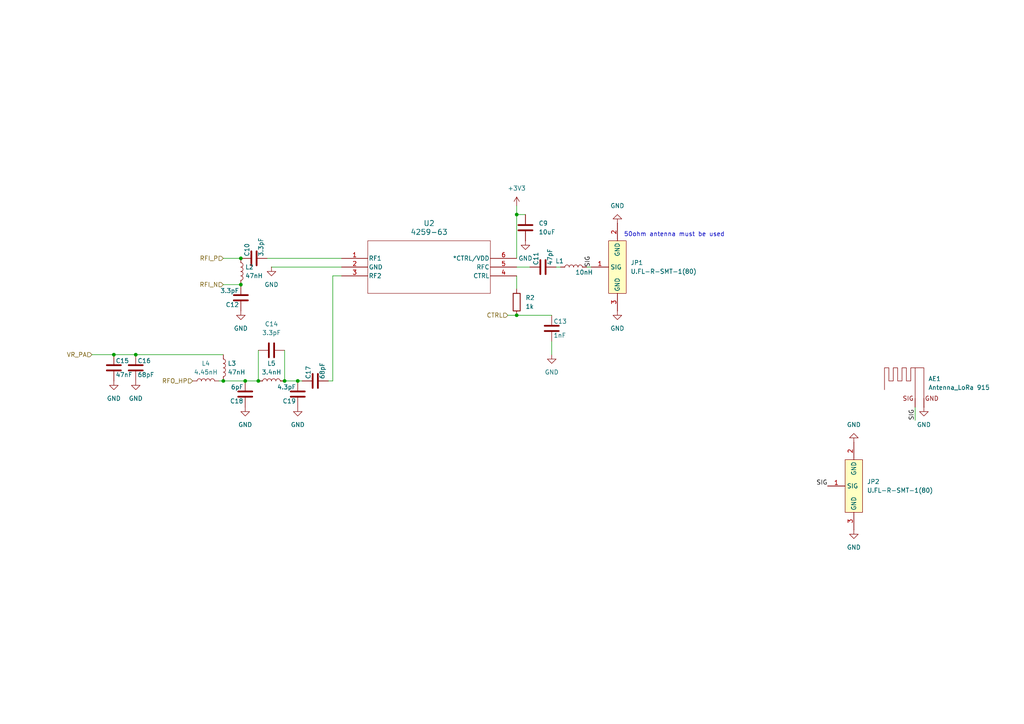
<source format=kicad_sch>
(kicad_sch (version 20231120) (generator "eeschema") (generator_version "8.0")
  (paper "A4")
  (lib_symbols
    (symbol "2024-07-10_18-18-24:4259-63" (pin_names (offset 0.254))
      (property "Reference" "U" (at 25.4 10.16 0))
      (property "Value" "4259-63" (at 25.4 7.62 0))
      (symbol "4259-63_0_1"
        (polyline (pts (xy 7.62 -10.16) (xy 43.18 -10.16)) (stroke (width 0.127)))
        (polyline (pts (xy 7.62 5.08) (xy 7.62 -10.16)) (stroke (width 0.127)))
        (polyline (pts (xy 43.18 -10.16) (xy 43.18 5.08)) (stroke (width 0.127)))
        (polyline (pts (xy 43.18 5.08) (xy 7.62 5.08)) (stroke (width 0.127)))
        (pin bidirectional line (at 0 0 0) (length 7.62) (name "RF1") (number "1"))
        (pin power_out line (at 0 -2.54 0) (length 7.62) (name "GND") (number "2"))
        (pin bidirectional line (at 0 -5.08 0) (length 7.62) (name "RF2") (number "3"))
        (pin unspecified line (at 50.8 -5.08 180) (length 7.62) (name "CTRL") (number "4"))
        (pin unspecified line (at 50.8 -2.54 180) (length 7.62) (name "RFC") (number "5"))
        (pin power_in line (at 50.8 0 180) (length 7.62) (name "*CTRL/VDD") (number "6"))
      )
    )
    (symbol "915:915LoRA" (pin_numbers hide) (pin_names (offset 1.016) hide)
      (property "Reference" "AE" (at 8.382 -3.81 0))
      (property "Value" "Antenna_LoRa 915" (at -9.144 -4.064 0))
      (symbol "915LoRA_0_1"
        (polyline (pts (xy 2.54 -2.54) (xy 2.54 6.35) (xy 0 6.35)))
        (polyline (pts (xy 0 -2.54) (xy 0 6.35) (xy -1.27 6.35) (xy -1.27 2.54) (xy -2.54 2.54) (xy -2.54 6.35) (xy -3.81 6.35) (xy -3.81 2.54) (xy -5.08 2.54) (xy -5.08 6.35) (xy -6.35 6.35) (xy -6.35 2.54) (xy -7.62 2.54) (xy -7.62 6.35) (xy -8.89 6.35) (xy -8.89 0)))
      )
      (symbol "915LoRA_1_1"
        (text "GND\n" (at 4.826 -2.54 0) (effects (font (size 1.27 1.27))))
        (text "SIG\n" (at -2.032 -2.54 0) (effects (font (size 1.27 1.27))))
        (pin input line (at 0 -5.08 90) (length 2.54) (name "~") (number "1"))
        (pin input line (at 2.54 -5.08 90) (length 2.54) (name "~") (number "2"))
      )
    )
    (symbol "Device:C" (pin_numbers hide) (pin_names (offset 0.254))
      (property "Reference" "C" (at 0.635 2.54 0))
      (property "Value" "C" (at 0.635 -2.54 0))
      (symbol "C_0_1"
        (polyline (pts (xy -2.032 -0.762) (xy 2.032 -0.762)) (stroke (width 0.508)))
        (polyline (pts (xy -2.032 0.762) (xy 2.032 0.762)) (stroke (width 0.508)))
      )
      (symbol "C_1_1"
        (pin passive line (at 0 3.81 270) (length 2.794) (name "~") (number "1"))
        (pin passive line (at 0 -3.81 90) (length 2.794) (name "~") (number "2"))
      )
    )
    (symbol "Device:L" (pin_numbers hide) (pin_names (offset 1.016) hide)
      (property "Reference" "L" (at -1.27 0 90))
      (property "Value" "L" (at 1.905 0 90))
      (symbol "L_0_1"
        (arc (start 0 -2.54) (mid 0.6323 -1.905) (end 0 -1.27))
        (arc (start 0 -1.27) (mid 0.6323 -0.635) (end 0 0))
        (arc (start 0 0) (mid 0.6323 0.635) (end 0 1.27))
        (arc (start 0 1.27) (mid 0.6323 1.905) (end 0 2.54))
      )
      (symbol "L_1_1"
        (pin passive line (at 0 3.81 270) (length 1.27) (name "1") (number "1"))
        (pin passive line (at 0 -3.81 90) (length 1.27) (name "2") (number "2"))
      )
    )
    (symbol "Device:R" (pin_numbers hide) (pin_names (offset 0))
      (property "Reference" "R" (at 2.032 0 90))
      (property "Value" "R" (at 0 0 90))
      (symbol "R_0_1"
        (rectangle (start -1.016 -2.54) (end 1.016 2.54) (stroke (width 0.254)))
      )
      (symbol "R_1_1"
        (pin passive line (at 0 3.81 270) (length 1.27) (name "~") (number "1"))
        (pin passive line (at 0 -3.81 90) (length 1.27) (name "~") (number "2"))
      )
    )
    (symbol "ipexAntenna:U.FL-R-SMT-1(80)"
      (property "Reference" "JP" (at 0 7.62 0))
      (property "Value" "U.FL-R-SMT-1(80)" (at 0 -10.16 0))
      (symbol "U.FL-R-SMT-1(80)_0_1"
        (rectangle (start -7.62 5.08) (end 7.62 0) (fill (type background)))
        (pin unspecified line (at 0 -5.08 90) (length 5.08) (name "SIG") (number "1"))
        (pin unspecified line (at -12.7 2.54 0) (length 5.08) (name "GND") (number "2"))
        (pin unspecified line (at 12.7 2.54 180) (length 5.08) (name "GND") (number "3"))
      )
    )
    (symbol "power:+3V3" (power) (pin_numbers hide) (pin_names (offset 0) hide)
      (property "Value" "+3V3" (at 0 3.556 0))
      (symbol "+3V3_0_1"
        (polyline (pts (xy -0.762 1.27) (xy 0 2.54)))
        (polyline (pts (xy 0 0) (xy 0 2.54)))
        (polyline (pts (xy 0 2.54) (xy 0.762 1.27)))
      )
      (symbol "+3V3_1_1"
        (pin power_in line (at 0 0 90) (length 0) (name "~") (number "1"))
      )
    )
    (symbol "power:GND" (power) (pin_numbers hide) (pin_names (offset 0) hide)
      (property "Value" "GND" (at 0 -3.81 0))
      (symbol "GND_0_1"
        (polyline (pts (xy 0 0) (xy 0 -1.27) (xy 1.27 -1.27) (xy 0 -2.54) (xy -1.27 -1.27) (xy 0 -1.27)))
      )
      (symbol "GND_1_1"
        (pin power_in line (at 0 0 270) (length 0) (name "~") (number "1"))
      )
    )
  )
  (junction (at 39.37 102.87))
  (junction (at 74.93 110.49))
  (junction (at 69.85 74.93))
  (junction (at 86.36 110.49))
  (junction (at 69.85 82.55))
  (junction (at 82.55 110.49))
  (junction (at 64.77 110.49))
  (junction (at 33.02 102.87))
  (junction (at 149.86 62.23))
  (junction (at 149.86 91.44))
  (junction (at 71.12 110.49))
  (wire (pts (xy 149.86 62.23) (xy 149.86 74.93)))
  (wire (pts (xy 77.47 74.93) (xy 99.06 74.93)))
  (wire (pts (xy 26.67 102.87) (xy 33.02 102.87)))
  (wire (pts (xy 71.12 110.49) (xy 74.93 110.49)))
  (wire (pts (xy 33.02 102.87) (xy 39.37 102.87)))
  (wire (pts (xy 39.37 102.87) (xy 64.77 102.87)))
  (wire (pts (xy 149.86 80.01) (xy 149.86 83.82)))
  (wire (pts (xy 82.55 110.49) (xy 86.36 110.49)))
  (wire (pts (xy 64.77 110.49) (xy 71.12 110.49)))
  (wire (pts (xy 161.29 77.47) (xy 162.56 77.47)))
  (wire (pts (xy 149.86 77.47) (xy 153.67 77.47)))
  (wire (pts (xy 96.52 80.01) (xy 96.52 110.49)))
  (wire (pts (xy 96.52 110.49) (xy 95.25 110.49)))
  (wire (pts (xy 82.55 101.6) (xy 82.55 110.49)))
  (wire (pts (xy 149.86 91.44) (xy 160.02 91.44)))
  (wire (pts (xy 171.45 77.47) (xy 170.18 77.47)))
  (wire (pts (xy 63.5 110.49) (xy 64.77 110.49)))
  (wire (pts (xy 149.86 59.69) (xy 149.86 62.23)))
  (wire (pts (xy 86.36 110.49) (xy 87.63 110.49)))
  (wire (pts (xy 78.74 77.47) (xy 99.06 77.47)))
  (wire (pts (xy 64.77 74.93) (xy 69.85 74.93)))
  (wire (pts (xy 147.32 91.44) (xy 149.86 91.44)))
  (wire (pts (xy 74.93 101.6) (xy 74.93 110.49)))
  (wire (pts (xy 149.86 62.23) (xy 152.4 62.23)))
  (wire (pts (xy 99.06 80.01) (xy 96.52 80.01)))
  (wire (pts (xy 64.77 82.55) (xy 69.85 82.55)))
  (wire (pts (xy 265.43 121.92) (xy 265.43 118.11)))
  (wire (pts (xy 160.02 102.87) (xy 160.02 99.06)))
  (text "50ohm antenna must be used" (at 195.58 68.072 0) (effects (font (size 1.27 1.27))))
  (label "SIG" (at 171.45 77.47 90))
  (label "SIG" (at 265.43 121.92 90))
  (label "SIG" (at 240.03 140.97 180))
  (hierarchical_label "CTRL" (shape input) (at 147.32 91.44 180))
  (hierarchical_label "RFI_P" (shape input) (at 64.77 74.93 180))
  (hierarchical_label "RFI_N" (shape input) (at 64.77 82.55 180))
  (hierarchical_label "RFO_HP" (shape input) (at 55.88 110.49 180))
  (hierarchical_label "VR_PA" (shape input) (at 26.67 102.87 180))
  (symbol (lib_id "Device:L") (at 78.74 110.49 90) (unit 1)
    (property "Reference" "L5" (at 78.74 105.41 90))
    (property "Value" "3.4nH" (at 78.74 107.95 90))
    (property "Footprint" "Inductor_SMD:L_0402_1005Metric" (effects (hide yes)))
    (property "Description" "Inductor" (effects (hide yes)))
    (property "LCSC" "C913709" (effects (hide yes)))
  )
  (symbol (lib_id "Device:R") (at 149.86 87.63 0) (unit 1)
    (property "Reference" "R2" (at 152.4 86.3599 0) (effects (justify left)))
    (property "Value" "1k" (at 152.4 88.8999 0) (effects (justify left)))
    (property "Footprint" "Resistor_SMD:R_0603_1608Metric" (effects (hide yes)))
    (property "Description" "Resistor" (effects (hide yes)))
    (property "LCSC" "C21190" (effects (hide yes)))
  )
  (symbol (lib_id "Device:L") (at 64.77 106.68 0) (unit 1)
    (property "Reference" "L3" (at 66.04 105.4099 0) (effects (justify left)))
    (property "Value" "47nH" (at 66.04 107.9499 0) (effects (justify left)))
    (property "Footprint" "Inductor_SMD:L_0603_1608Metric" (effects (hide yes)))
    (property "Description" "Inductor" (effects (hide yes)))
    (property "LCSC" "C913709" (effects (hide yes)))
  )
  (symbol (lib_id "Device:C") (at 160.02 95.25 0) (unit 1)
    (property "Reference" "C13" (at 160.528 93.218 0) (effects (justify left)))
    (property "Value" "1nF" (at 160.528 97.282 0) (effects (justify left)))
    (property "Footprint" "Capacitor_SMD:C_0402_1005Metric" (effects (hide yes)))
    (property "Description" "Unpolarized capacitor" (effects (hide yes)))
    (property "LCSC" "C1523" (effects (hide yes)))
  )
  (symbol (lib_id "power:GND") (at 86.36 118.11 0) (unit 1)
    (property "Reference" "#PWR022" (effects (hide yes)))
    (property "Value" "GND" (at 86.36 123.19 0))
    (property "Description" "Power symbol creates a global label with name \"GND\" , ground" (effects (hide yes)))
  )
  (symbol (lib_id "power:GND") (at 247.65 128.27 180) (unit 1)
    (property "Reference" "#PWR018" (effects (hide yes)))
    (property "Value" "GND" (at 247.65 123.19 0))
    (property "Description" "Power symbol creates a global label with name \"GND\" , ground" (effects (hide yes)))
  )
  (symbol (lib_id "Device:L") (at 69.85 78.74 0) (unit 1)
    (property "Reference" "L2" (at 71.12 77.4699 0) (effects (justify left)))
    (property "Value" "47nH" (at 71.12 80.0099 0) (effects (justify left)))
    (property "Footprint" "Inductor_SMD:L_0603_1608Metric" (effects (hide yes)))
    (property "Description" "Inductor" (effects (hide yes)))
    (property "LCSC" "C913709" (effects (hide yes)))
  )
  (symbol (lib_id "Device:L") (at 59.69 110.49 90) (unit 1)
    (property "Reference" "L4" (at 59.69 105.41 90))
    (property "Value" "4.45nH" (at 59.69 107.95 90))
    (property "Footprint" "Inductor_SMD:L_0402_1005Metric" (effects (hide yes)))
    (property "Description" "Inductor" (effects (hide yes)))
    (property "LCSC" "C913709" (effects (hide yes)))
  )
  (symbol (lib_id "power:GND") (at 179.07 64.77 180) (unit 1)
    (property "Reference" "#PWR011" (effects (hide yes)))
    (property "Value" "GND" (at 179.07 59.69 0))
    (property "Description" "Power symbol creates a global label with name \"GND\" , ground" (effects (hide yes)))
  )
  (symbol (lib_id "Device:C") (at 78.74 101.6 270) (unit 1)
    (property "Reference" "C14" (at 78.74 93.98 90))
    (property "Value" "3.3pF" (at 78.74 96.52 90))
    (property "Footprint" "Capacitor_SMD:C_0402_1005Metric" (effects (hide yes)))
    (property "Description" "Unpolarized capacitor" (effects (hide yes)))
    (property "LCSC" "C1565" (effects (hide yes)))
  )
  (symbol (lib_id "power:GND") (at 33.02 110.49 0) (unit 1)
    (property "Reference" "#PWR019" (effects (hide yes)))
    (property "Value" "GND" (at 33.02 115.57 0))
    (property "Description" "Power symbol creates a global label with name \"GND\" , ground" (effects (hide yes)))
  )
  (symbol (lib_id "Device:C") (at 157.48 77.47 90) (unit 1)
    (property "Reference" "C11" (at 155.448 76.962 0) (effects (justify left)))
    (property "Value" "47pF" (at 159.512 76.962 0) (effects (justify left)))
    (property "Footprint" "Capacitor_SMD:C_0402_1005Metric" (effects (hide yes)))
    (property "Description" "Unpolarized capacitor" (effects (hide yes)))
    (property "LCSC" "C1567" (effects (hide yes)))
  )
  (symbol (lib_id "power:GND") (at 267.97 118.11 0) (unit 1)
    (property "Reference" "#PWR016" (effects (hide yes)))
    (property "Value" "GND" (at 267.97 123.19 0))
    (property "Description" "Power symbol creates a global label with name \"GND\" , ground" (effects (hide yes)))
  )
  (symbol (lib_id "power:GND") (at 78.74 77.47 0) (unit 1)
    (property "Reference" "#PWR013" (effects (hide yes)))
    (property "Value" "GND" (at 78.74 82.55 0))
    (property "Description" "Power symbol creates a global label with name \"GND\" , ground" (effects (hide yes)))
  )
  (symbol (lib_id "Device:C") (at 152.4 66.04 0) (unit 1)
    (property "Reference" "C9" (at 156.21 64.7699 0) (effects (justify left)))
    (property "Value" "10uF" (at 156.21 67.3099 0) (effects (justify left)))
    (property "Footprint" "Capacitor_SMD:C_0402_1005Metric" (effects (hide yes)))
    (property "Description" "Unpolarized capacitor" (effects (hide yes)))
    (property "LCSC" "C15525" (effects (hide yes)))
  )
  (symbol (lib_id "Device:C") (at 33.02 106.68 0) (unit 1)
    (property "Reference" "C15" (at 33.528 104.648 0) (effects (justify left)))
    (property "Value" "47nF" (at 33.528 108.712 0) (effects (justify left)))
    (property "Footprint" "Capacitor_SMD:C_0603_1608Metric" (effects (hide yes)))
    (property "Description" "Unpolarized capacitor" (effects (hide yes)))
    (property "LCSC" "C1567" (effects (hide yes)))
  )
  (symbol (lib_id "Device:C") (at 69.85 86.36 180) (unit 1)
    (property "Reference" "C12" (at 69.342 88.392 0) (effects (justify left)))
    (property "Value" "3.3pF" (at 69.342 84.328 0) (effects (justify left)))
    (property "Footprint" "Capacitor_SMD:C_0402_1005Metric" (effects (hide yes)))
    (property "Description" "Unpolarized capacitor" (effects (hide yes)))
    (property "LCSC" "C1565" (effects (hide yes)))
  )
  (symbol (lib_id "Device:C") (at 39.37 106.68 0) (unit 1)
    (property "Reference" "C16" (at 39.878 104.648 0) (effects (justify left)))
    (property "Value" "68pF" (at 39.878 108.712 0) (effects (justify left)))
    (property "Footprint" "Capacitor_SMD:C_0402_1005Metric" (effects (hide yes)))
    (property "Description" "Unpolarized capacitor" (effects (hide yes)))
    (property "LCSC" "C1567" (effects (hide yes)))
  )
  (symbol (lib_id "power:GND") (at 69.85 90.17 0) (unit 1)
    (property "Reference" "#PWR014" (effects (hide yes)))
    (property "Value" "GND" (at 69.85 95.25 0))
    (property "Description" "Power symbol creates a global label with name \"GND\" , ground" (effects (hide yes)))
  )
  (symbol (lib_id "power:GND") (at 179.07 90.17 0) (unit 1)
    (property "Reference" "#PWR015" (effects (hide yes)))
    (property "Value" "GND" (at 179.07 95.25 0))
    (property "Description" "Power symbol creates a global label with name \"GND\" , ground" (effects (hide yes)))
  )
  (symbol (lib_id "Device:L") (at 166.37 77.47 90) (unit 1)
    (property "Reference" "L1" (at 162.306 75.692 90))
    (property "Value" "10nH" (at 169.418 78.994 90))
    (property "Footprint" "Inductor_SMD:L_0603_1608Metric" (effects (hide yes)))
    (property "Description" "Inductor" (effects (hide yes)))
    (property "LCSC" "C913709" (effects (hide yes)))
  )
  (symbol (lib_id "ipexAntenna:U.FL-R-SMT-1(80)") (at 245.11 140.97 270) (unit 1)
    (property "Reference" "JP2" (at 251.46 139.6999 90) (effects (justify left)))
    (property "Value" "U.FL-R-SMT-1(80)" (at 251.46 142.2399 90) (effects (justify left)))
    (property "Footprint" "ipexAntenna:RF-SMD_FRF05002-JSS103M" (effects (hide yes)))
    (property "Datasheet" "https://lcsc.com/product-detail/Connectors_HRS_U-FL-R-SMT-1-80_3310472280-IPE-XBoard-end-IPXConnector-SMD_C88374.html" (effects (hide yes)))
    (property "LCSC Part" "C88374" (effects (hide yes)))
    (property "LCSC" "C88374" (effects (hide yes)))
  )
  (symbol (lib_id "Device:C") (at 71.12 114.3 180) (unit 1)
    (property "Reference" "C18" (at 70.612 116.332 0) (effects (justify left)))
    (property "Value" "6pF" (at 70.612 112.268 0) (effects (justify left)))
    (property "Footprint" "Capacitor_SMD:C_0402_1005Metric" (effects (hide yes)))
    (property "Description" "Unpolarized capacitor" (effects (hide yes)))
    (property "LCSC" "C1565" (effects (hide yes)))
  )
  (symbol (lib_id "power:GND") (at 39.37 110.49 0) (unit 1)
    (property "Reference" "#PWR020" (effects (hide yes)))
    (property "Value" "GND" (at 39.37 115.57 0))
    (property "Description" "Power symbol creates a global label with name \"GND\" , ground" (effects (hide yes)))
  )
  (symbol (lib_id "915:915LoRA") (at 265.43 113.03 0) (unit 1)
    (property "Reference" "AE1" (at 269.24 109.8549 0) (effects (justify left)))
    (property "Value" "Antenna_LoRa 915" (at 269.24 112.3949 0) (effects (justify left)))
    (property "Footprint" "915:915LoRa Antenna" (effects (hide yes)))
    (property "Description" "LoRa Antenna" (effects (hide yes)))
  )
  (symbol (lib_id "power:GND") (at 152.4 69.85 0) (unit 1)
    (property "Reference" "#PWR012" (effects (hide yes)))
    (property "Value" "GND" (at 152.4 74.93 0))
    (property "Description" "Power symbol creates a global label with name \"GND\" , ground" (effects (hide yes)))
  )
  (symbol (lib_id "power:GND") (at 71.12 118.11 0) (unit 1)
    (property "Reference" "#PWR021" (effects (hide yes)))
    (property "Value" "GND" (at 71.12 123.19 0))
    (property "Description" "Power symbol creates a global label with name \"GND\" , ground" (effects (hide yes)))
  )
  (symbol (lib_id "power:+3V3") (at 149.86 59.69 0) (unit 1)
    (property "Reference" "#PWR010" (effects (hide yes)))
    (property "Value" "+3V3" (at 149.86 54.61 0))
    (property "Description" "Power symbol creates a global label with name \"+3V3\"" (effects (hide yes)))
  )
  (symbol (lib_id "Device:C") (at 86.36 114.3 180) (unit 1)
    (property "Reference" "C19" (at 85.852 116.332 0) (effects (justify left)))
    (property "Value" "4.3pF" (at 85.852 112.268 0) (effects (justify left)))
    (property "Footprint" "Capacitor_SMD:C_0402_1005Metric" (effects (hide yes)))
    (property "Description" "Unpolarized capacitor" (effects (hide yes)))
    (property "LCSC" "C1565" (effects (hide yes)))
  )
  (symbol (lib_id "Device:C") (at 91.44 110.49 90) (unit 1)
    (property "Reference" "C17" (at 89.408 109.982 0) (effects (justify left)))
    (property "Value" "68pF" (at 93.472 109.982 0) (effects (justify left)))
    (property "Footprint" "Capacitor_SMD:C_0402_1005Metric" (effects (hide yes)))
    (property "Description" "Unpolarized capacitor" (effects (hide yes)))
    (property "LCSC" "C1567" (effects (hide yes)))
  )
  (symbol (lib_id "ipexAntenna:U.FL-R-SMT-1(80)") (at 176.53 77.47 270) (unit 1)
    (property "Reference" "JP1" (at 182.88 76.1999 90) (effects (justify left)))
    (property "Value" "U.FL-R-SMT-1(80)" (at 182.88 78.7399 90) (effects (justify left)))
    (property "Footprint" "ipexAntenna:RF-SMD_FRF05002-JSS103M" (effects (hide yes)))
    (property "Datasheet" "https://lcsc.com/product-detail/Connectors_HRS_U-FL-R-SMT-1-80_3310472280-IPE-XBoard-end-IPXConnector-SMD_C88374.html" (effects (hide yes)))
    (property "LCSC Part" "C88374" (effects (hide yes)))
    (property "LCSC" "C88374" (effects (hide yes)))
  )
  (symbol (lib_id "power:GND") (at 247.65 153.67 0) (unit 1)
    (property "Reference" "#PWR023" (effects (hide yes)))
    (property "Value" "GND" (at 247.65 158.75 0))
    (property "Description" "Power symbol creates a global label with name \"GND\" , ground" (effects (hide yes)))
  )
  (symbol (lib_id "power:GND") (at 160.02 102.87 0) (unit 1)
    (property "Reference" "#PWR017" (effects (hide yes)))
    (property "Value" "GND" (at 160.02 107.95 0))
    (property "Description" "Power symbol creates a global label with name \"GND\" , ground" (effects (hide yes)))
  )
  (symbol (lib_id "2024-07-10_18-18-24:4259-63") (at 99.06 74.93 0) (unit 1)
    (property "Reference" "U2" (at 124.46 64.77 0) (effects (font (size 1.524 1.524))))
    (property "Value" "4259-63" (at 124.46 67.31 0) (effects (font (size 1.524 1.524))))
    (property "Footprint" "4269-63:SC-70-6_PSM" (effects (hide yes)))
    (property "Datasheet" "4259-63" (effects (hide yes)))
    (property "LCSC" "C470892" (effects (hide yes)))
  )
  (symbol (lib_id "Device:C") (at 73.66 74.93 90) (unit 1)
    (property "Reference" "C10" (at 71.628 74.422 0) (effects (justify left)))
    (property "Value" "3.3pF" (at 75.692 74.422 0) (effects (justify left)))
    (property "Footprint" "Capacitor_SMD:C_0402_1005Metric" (effects (hide yes)))
    (property "Description" "Unpolarized capacitor" (effects (hide yes)))
    (property "LCSC" "C1565" (effects (hide yes)))
  )
)
</source>
